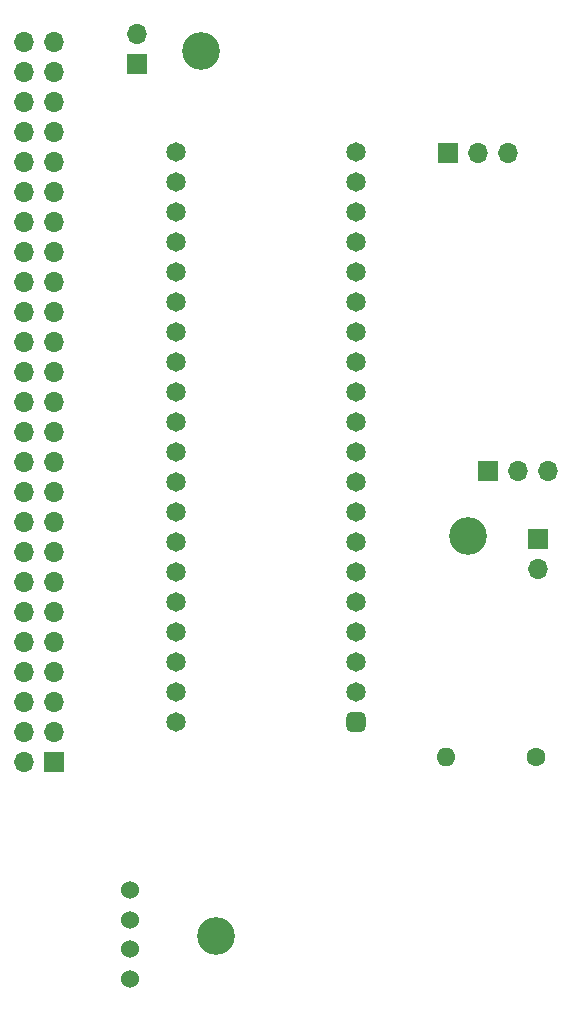
<source format=gbr>
%TF.GenerationSoftware,KiCad,Pcbnew,(6.0.2)*%
%TF.CreationDate,2022-04-05T19:05:53-06:00*%
%TF.ProjectId,F4_SMD_V1_1,46345f53-4d44-45f5-9631-5f312e6b6963,rev?*%
%TF.SameCoordinates,Original*%
%TF.FileFunction,Soldermask,Bot*%
%TF.FilePolarity,Negative*%
%FSLAX46Y46*%
G04 Gerber Fmt 4.6, Leading zero omitted, Abs format (unit mm)*
G04 Created by KiCad (PCBNEW (6.0.2)) date 2022-04-05 19:05:53*
%MOMM*%
%LPD*%
G01*
G04 APERTURE LIST*
G04 Aperture macros list*
%AMRoundRect*
0 Rectangle with rounded corners*
0 $1 Rounding radius*
0 $2 $3 $4 $5 $6 $7 $8 $9 X,Y pos of 4 corners*
0 Add a 4 corners polygon primitive as box body*
4,1,4,$2,$3,$4,$5,$6,$7,$8,$9,$2,$3,0*
0 Add four circle primitives for the rounded corners*
1,1,$1+$1,$2,$3*
1,1,$1+$1,$4,$5*
1,1,$1+$1,$6,$7*
1,1,$1+$1,$8,$9*
0 Add four rect primitives between the rounded corners*
20,1,$1+$1,$2,$3,$4,$5,0*
20,1,$1+$1,$4,$5,$6,$7,0*
20,1,$1+$1,$6,$7,$8,$9,0*
20,1,$1+$1,$8,$9,$2,$3,0*%
G04 Aperture macros list end*
%ADD10R,1.700000X1.700000*%
%ADD11O,1.700000X1.700000*%
%ADD12C,1.524000*%
%ADD13C,3.200000*%
%ADD14RoundRect,0.412500X0.412500X0.412500X-0.412500X0.412500X-0.412500X-0.412500X0.412500X-0.412500X0*%
%ADD15C,1.650000*%
%ADD16C,1.600000*%
%ADD17O,1.600000X1.600000*%
G04 APERTURE END LIST*
D10*
%TO.C,J4*%
X110200000Y-131400000D03*
D11*
X107660000Y-131400000D03*
X110200000Y-128860000D03*
X107660000Y-128860000D03*
X110200000Y-126320000D03*
X107660000Y-126320000D03*
X110200000Y-123780000D03*
X107660000Y-123780000D03*
X110200000Y-121240000D03*
X107660000Y-121240000D03*
X110200000Y-118700000D03*
X107660000Y-118700000D03*
X110200000Y-116160000D03*
X107660000Y-116160000D03*
X110200000Y-113620000D03*
X107660000Y-113620000D03*
X110200000Y-111080000D03*
X107660000Y-111080000D03*
X110200000Y-108540000D03*
X107660000Y-108540000D03*
X110200000Y-106000000D03*
X107660000Y-106000000D03*
X110200000Y-103460000D03*
X107660000Y-103460000D03*
X110200000Y-100920000D03*
X107660000Y-100920000D03*
X110200000Y-98380000D03*
X107660000Y-98380000D03*
X110200000Y-95840000D03*
X107660000Y-95840000D03*
X110200000Y-93300000D03*
X107660000Y-93300000D03*
X110200000Y-90760000D03*
X107660000Y-90760000D03*
X110200000Y-88220000D03*
X107660000Y-88220000D03*
X110200000Y-85680000D03*
X107660000Y-85680000D03*
X110200000Y-83140000D03*
X107660000Y-83140000D03*
X110200000Y-80600000D03*
X107660000Y-80600000D03*
X110200000Y-78060000D03*
X107660000Y-78060000D03*
X110200000Y-75520000D03*
X107660000Y-75520000D03*
X110200000Y-72980000D03*
X107660000Y-72980000D03*
X110200000Y-70440000D03*
X107660000Y-70440000D03*
%TD*%
D12*
%TO.C,J2*%
X116666000Y-149794600D03*
X116666000Y-147294600D03*
X116666000Y-144794600D03*
X116666000Y-142294600D03*
%TD*%
D13*
%TO.C,REF\u002A\u002A*%
X123952000Y-146177000D03*
%TD*%
%TO.C,REF\u002A\u002A*%
X122682000Y-71247000D03*
%TD*%
%TO.C,REF\u002A\u002A*%
X145288000Y-112268000D03*
%TD*%
D10*
%TO.C,J6*%
X146939000Y-106807000D03*
D11*
X149479000Y-106807000D03*
X152019000Y-106807000D03*
%TD*%
D10*
%TO.C,USBPWR*%
X143573500Y-79883000D03*
D11*
X146113500Y-79883000D03*
X148653500Y-79883000D03*
%TD*%
D10*
%TO.C,J1*%
X117221000Y-72326500D03*
D11*
X117221000Y-69786500D03*
%TD*%
D14*
%TO.C,BP1*%
X135826500Y-128016000D03*
D15*
X135826500Y-125476000D03*
X135826500Y-122936000D03*
X135826500Y-120396000D03*
X135826500Y-117856000D03*
X135826500Y-115316000D03*
X135826500Y-112776000D03*
X135826500Y-110236000D03*
X135826500Y-107696000D03*
X135826500Y-105156000D03*
X135826500Y-102616000D03*
X135826500Y-100076000D03*
X135826500Y-97536000D03*
X135826500Y-94996000D03*
X135826500Y-92456000D03*
X135826500Y-89916000D03*
X135826500Y-87376000D03*
X135826500Y-84836000D03*
X135826500Y-82296000D03*
X135826500Y-79756000D03*
X120586500Y-79756000D03*
X120586500Y-82296000D03*
X120586500Y-84836000D03*
X120586500Y-87376000D03*
X120586500Y-89916000D03*
X120586500Y-92456000D03*
X120586500Y-94996000D03*
X120586500Y-97536000D03*
X120586500Y-100076000D03*
X120586500Y-102616000D03*
X120586500Y-105156000D03*
X120586500Y-107696000D03*
X120586500Y-110236000D03*
X120586500Y-112776000D03*
X120586500Y-115316000D03*
X120586500Y-117856000D03*
X120586500Y-120396000D03*
X120586500Y-122936000D03*
X120586500Y-125476000D03*
X120586500Y-128016000D03*
%TD*%
D10*
%TO.C,J3*%
X151180800Y-112560100D03*
D11*
X151180800Y-115100100D03*
%TD*%
D16*
%TO.C,R19*%
X151036020Y-131025900D03*
D17*
X143416020Y-131025900D03*
%TD*%
M02*

</source>
